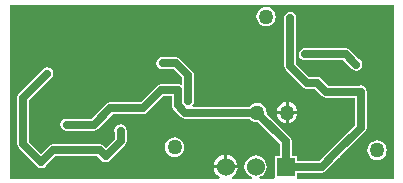
<source format=gbl>
G04 Layer_Physical_Order=2*
G04 Layer_Color=16711680*
%FSAX24Y24*%
%MOIN*%
G70*
G01*
G75*
%ADD18C,0.0250*%
%ADD20C,0.0500*%
%ADD21R,0.0600X0.0600*%
%ADD22C,0.0600*%
%ADD23C,0.0270*%
G36*
X102910Y044150D02*
X099718D01*
X099680Y044180D01*
X099680Y044200D01*
Y044351D01*
X100510D01*
X100586Y044366D01*
X100651Y044409D01*
X101064Y044823D01*
X101108Y044852D01*
X101137Y044896D01*
X101951Y045709D01*
X101994Y045774D01*
X102009Y045850D01*
Y046999D01*
X102019Y047050D01*
X102003Y047130D01*
X101958Y047198D01*
X101890Y047243D01*
X101810Y047259D01*
X101759Y047249D01*
X100742D01*
X100501Y047491D01*
X100436Y047534D01*
X100360Y047549D01*
X100092D01*
X099659Y047982D01*
Y049449D01*
X099669Y049500D01*
X099653Y049580D01*
X099608Y049648D01*
X099540Y049693D01*
X099460Y049709D01*
X099380Y049693D01*
X099312Y049648D01*
X099267Y049580D01*
X099251Y049500D01*
X099261Y049449D01*
Y047900D01*
X099276Y047824D01*
X099319Y047759D01*
X099869Y047209D01*
X099934Y047166D01*
X100010Y047151D01*
X100278D01*
X100519Y046909D01*
X100584Y046866D01*
X100660Y046851D01*
X101611D01*
Y045932D01*
X100856Y045177D01*
X100812Y045148D01*
X100783Y045104D01*
X100428Y044749D01*
X099680D01*
Y044920D01*
X099509D01*
Y045400D01*
X099494Y045476D01*
X099451Y045541D01*
X098678Y046313D01*
X098683Y046350D01*
X098672Y046434D01*
X098640Y046511D01*
X098588Y046578D01*
X098521Y046630D01*
X098444Y046662D01*
X098360Y046673D01*
X098276Y046662D01*
X098199Y046630D01*
X098132Y046578D01*
X098109Y046549D01*
X096218D01*
X096203Y046599D01*
X096208Y046602D01*
X096253Y046670D01*
X096269Y046750D01*
X096259Y046801D01*
Y047600D01*
X096244Y047676D01*
X096201Y047741D01*
X095801Y048141D01*
X095736Y048184D01*
X095660Y048199D01*
X095261D01*
X095210Y048209D01*
X095130Y048193D01*
X095062Y048148D01*
X095017Y048080D01*
X095001Y048000D01*
X095017Y047920D01*
X095062Y047852D01*
X095130Y047807D01*
X095210Y047791D01*
X095261Y047801D01*
X095578D01*
X095861Y047518D01*
Y047306D01*
X095811Y047279D01*
X095790Y047293D01*
X095710Y047309D01*
X095659Y047299D01*
X095160D01*
X095084Y047284D01*
X095019Y047241D01*
X094478Y046699D01*
X093460D01*
X093384Y046684D01*
X093319Y046641D01*
X092828Y046149D01*
X092061D01*
X092010Y046159D01*
X091930Y046143D01*
X091862Y046098D01*
X091817Y046030D01*
X091801Y045950D01*
X091817Y045870D01*
X091862Y045802D01*
X091930Y045757D01*
X092010Y045741D01*
X092061Y045751D01*
X092910D01*
X092986Y045766D01*
X093051Y045809D01*
X093542Y046301D01*
X094560D01*
X094636Y046316D01*
X094701Y046359D01*
X095242Y046901D01*
X095511D01*
Y046600D01*
X095526Y046524D01*
X095569Y046459D01*
X095819Y046209D01*
X095884Y046166D01*
X095960Y046151D01*
X098109D01*
X098132Y046122D01*
X098199Y046070D01*
X098276Y046038D01*
X098360Y046027D01*
X098397Y046032D01*
X099111Y045318D01*
Y044920D01*
X098940D01*
Y044200D01*
X098940Y044180D01*
X098902Y044150D01*
X098442D01*
X098432Y044200D01*
X098497Y044227D01*
X098574Y044286D01*
X098633Y044363D01*
X098670Y044453D01*
X098683Y044550D01*
X098670Y044647D01*
X098633Y044737D01*
X098574Y044814D01*
X098497Y044873D01*
X098407Y044910D01*
X098310Y044923D01*
X098213Y044910D01*
X098123Y044873D01*
X098046Y044814D01*
X097987Y044737D01*
X097950Y044647D01*
X097937Y044550D01*
X097950Y044453D01*
X097987Y044363D01*
X098046Y044286D01*
X098123Y044227D01*
X098188Y044200D01*
X098178Y044150D01*
X097520D01*
X097510Y044200D01*
X097512Y044201D01*
X097595Y044265D01*
X097659Y044348D01*
X097700Y044446D01*
X097707Y044500D01*
X097310D01*
X096913D01*
X096920Y044446D01*
X096961Y044348D01*
X097025Y044265D01*
X097108Y044201D01*
X097110Y044200D01*
X097100Y044150D01*
X090110D01*
Y049950D01*
X102910D01*
Y044150D01*
D02*
G37*
%LPC*%
G36*
X102360Y045423D02*
X102276Y045412D01*
X102199Y045380D01*
X102132Y045328D01*
X102080Y045261D01*
X102048Y045184D01*
X102037Y045100D01*
X102048Y045016D01*
X102080Y044939D01*
X102132Y044872D01*
X102199Y044820D01*
X102276Y044788D01*
X102360Y044777D01*
X102444Y044788D01*
X102521Y044820D01*
X102588Y044872D01*
X102640Y044939D01*
X102672Y045016D01*
X102683Y045100D01*
X102672Y045184D01*
X102640Y045261D01*
X102588Y045328D01*
X102521Y045380D01*
X102444Y045412D01*
X102360Y045423D01*
D02*
G37*
G36*
X095610Y045523D02*
X095526Y045512D01*
X095449Y045480D01*
X095382Y045428D01*
X095330Y045361D01*
X095298Y045284D01*
X095287Y045200D01*
X095298Y045116D01*
X095330Y045039D01*
X095382Y044972D01*
X095449Y044920D01*
X095526Y044888D01*
X095610Y044877D01*
X095694Y044888D01*
X095771Y044920D01*
X095838Y044972D01*
X095890Y045039D01*
X095922Y045116D01*
X095933Y045200D01*
X095922Y045284D01*
X095890Y045361D01*
X095838Y045428D01*
X095771Y045480D01*
X095694Y045512D01*
X095610Y045523D01*
D02*
G37*
G36*
X091360Y047859D02*
X091280Y047843D01*
X091212Y047798D01*
X091183Y047754D01*
X090419Y046991D01*
X090376Y046926D01*
X090361Y046850D01*
Y045300D01*
X090376Y045224D01*
X090419Y045159D01*
X090983Y044596D01*
X091012Y044552D01*
X091080Y044507D01*
X091160Y044491D01*
X091240Y044507D01*
X091308Y044552D01*
X091337Y044596D01*
X091642Y044901D01*
X093028D01*
X093133Y044796D01*
X093162Y044752D01*
X093230Y044707D01*
X093310Y044691D01*
X093390Y044707D01*
X093458Y044752D01*
X093487Y044796D01*
X093951Y045259D01*
X093994Y045324D01*
X094009Y045400D01*
Y045699D01*
X094019Y045750D01*
X094003Y045830D01*
X093958Y045898D01*
X093890Y045943D01*
X093810Y045959D01*
X093730Y045943D01*
X093662Y045898D01*
X093617Y045830D01*
X093601Y045750D01*
X093611Y045699D01*
Y045482D01*
X093310Y045181D01*
X093251Y045241D01*
X093186Y045284D01*
X093110Y045299D01*
X091560D01*
X091484Y045284D01*
X091419Y045241D01*
X091160Y044981D01*
X090759Y045382D01*
Y046768D01*
X091464Y047473D01*
X091508Y047502D01*
X091553Y047570D01*
X091569Y047650D01*
X091553Y047730D01*
X091508Y047798D01*
X091440Y047843D01*
X091360Y047859D01*
D02*
G37*
G36*
X097260Y044947D02*
X097206Y044940D01*
X097108Y044899D01*
X097025Y044835D01*
X096961Y044752D01*
X096920Y044654D01*
X096913Y044600D01*
X097260D01*
Y044947D01*
D02*
G37*
G36*
X097360D02*
Y044600D01*
X097707D01*
X097700Y044654D01*
X097659Y044752D01*
X097595Y044835D01*
X097512Y044899D01*
X097414Y044940D01*
X097360Y044947D01*
D02*
G37*
G36*
X099410Y046696D02*
Y046400D01*
X099706D01*
X099701Y046441D01*
X099666Y046527D01*
X099610Y046600D01*
X099537Y046656D01*
X099451Y046691D01*
X099410Y046696D01*
D02*
G37*
G36*
X099960Y048509D02*
X099880Y048493D01*
X099812Y048448D01*
X099767Y048380D01*
X099751Y048300D01*
X099767Y048220D01*
X099812Y048152D01*
X099880Y048107D01*
X099960Y048091D01*
X100011Y048101D01*
X101228D01*
X101483Y047846D01*
X101512Y047802D01*
X101580Y047757D01*
X101660Y047741D01*
X101740Y047757D01*
X101808Y047802D01*
X101853Y047870D01*
X101869Y047950D01*
X101853Y048030D01*
X101808Y048098D01*
X101764Y048127D01*
X101451Y048441D01*
X101386Y048484D01*
X101310Y048499D01*
X100011D01*
X099960Y048509D01*
D02*
G37*
G36*
X098660Y049873D02*
X098576Y049862D01*
X098499Y049830D01*
X098432Y049778D01*
X098380Y049711D01*
X098348Y049634D01*
X098337Y049550D01*
X098348Y049466D01*
X098380Y049389D01*
X098432Y049322D01*
X098499Y049270D01*
X098576Y049238D01*
X098660Y049227D01*
X098744Y049238D01*
X098821Y049270D01*
X098888Y049322D01*
X098940Y049389D01*
X098972Y049466D01*
X098983Y049550D01*
X098972Y049634D01*
X098940Y049711D01*
X098888Y049778D01*
X098821Y049830D01*
X098744Y049862D01*
X098660Y049873D01*
D02*
G37*
G36*
X099310Y046300D02*
X099014D01*
X099019Y046259D01*
X099054Y046173D01*
X099110Y046100D01*
X099183Y046044D01*
X099269Y046009D01*
X099310Y046004D01*
Y046300D01*
D02*
G37*
G36*
X099706D02*
X099410D01*
Y046004D01*
X099451Y046009D01*
X099537Y046044D01*
X099610Y046100D01*
X099666Y046173D01*
X099701Y046259D01*
X099706Y046300D01*
D02*
G37*
G36*
X099310Y046696D02*
X099269Y046691D01*
X099183Y046656D01*
X099110Y046600D01*
X099054Y046527D01*
X099019Y046441D01*
X099014Y046400D01*
X099310D01*
Y046696D01*
D02*
G37*
%LPD*%
D18*
Y044550D02*
X100510D01*
X100960Y045000D01*
X101810Y045850D01*
Y047050D01*
X100660D02*
X101810D01*
X099960Y048300D02*
X101310D01*
X101660Y047950D01*
X092010Y045950D02*
X092910D01*
X093460Y046500D01*
X094560D01*
X095160Y047100D01*
X095710D01*
X096060Y046750D02*
Y047600D01*
X095660Y048000D02*
X096060Y047600D01*
X095210Y048000D02*
X095660D01*
X095710Y046600D02*
Y047100D01*
Y046600D02*
X095960Y046350D01*
X093810Y045400D02*
Y045750D01*
X093310Y044900D02*
X093810Y045400D01*
X091160Y044700D02*
X091560Y045100D01*
X093110D01*
X093310Y044900D01*
X090560Y046850D02*
X091360Y047650D01*
X090560Y045300D02*
Y046850D01*
Y045300D02*
X091160Y044700D01*
X100010Y047350D02*
X100360D01*
X100660Y047050D01*
X099460Y047900D02*
X100010Y047350D01*
X099460Y047900D02*
Y049500D01*
X099310Y044550D02*
Y045400D01*
X095960Y046350D02*
X098360D01*
X099310Y045400D01*
D20*
X099360Y046350D02*
D03*
X098360D02*
D03*
X102360Y045100D02*
D03*
X098660Y049550D02*
D03*
X095610Y045200D02*
D03*
D21*
X099310Y044550D02*
D03*
D22*
X097310D02*
D03*
X098310D02*
D03*
D23*
X092010Y045950D02*
D03*
X091160Y044700D02*
D03*
X094460Y047200D02*
D03*
X095710Y047100D02*
D03*
X093810Y045750D02*
D03*
X097560Y048250D02*
D03*
X095210Y048000D02*
D03*
X095410Y049150D02*
D03*
X098760Y047050D02*
D03*
X097960Y045900D02*
D03*
X096310Y044800D02*
D03*
X100260Y046800D02*
D03*
X101660Y047950D02*
D03*
X099960Y048300D02*
D03*
X100760Y049550D02*
D03*
X101360Y049150D02*
D03*
X099460Y049500D02*
D03*
X101710Y044950D02*
D03*
X099860Y045550D02*
D03*
X101810Y047050D02*
D03*
X091960Y046800D02*
D03*
X091110Y046500D02*
D03*
X091360Y047650D02*
D03*
X093310Y044900D02*
D03*
X096060Y046750D02*
D03*
X100960Y045000D02*
D03*
X092010Y044650D02*
D03*
X091160Y048000D02*
D03*
X090310Y049750D02*
D03*
X102710D02*
D03*
Y044350D02*
D03*
X090310D02*
D03*
X094610Y045700D02*
D03*
X094160Y044700D02*
D03*
X093310Y046800D02*
D03*
X094260Y048350D02*
D03*
X092860Y048100D02*
D03*
X093410Y049750D02*
D03*
X096010Y049800D02*
D03*
X090310Y047400D02*
D03*
X097410Y046700D02*
D03*
X096860Y048000D02*
D03*
X097960Y045000D02*
D03*
X099060Y047700D02*
D03*
X100810Y048750D02*
D03*
X102760Y046900D02*
D03*
X099110Y049750D02*
D03*
X092260Y048850D02*
D03*
M02*

</source>
